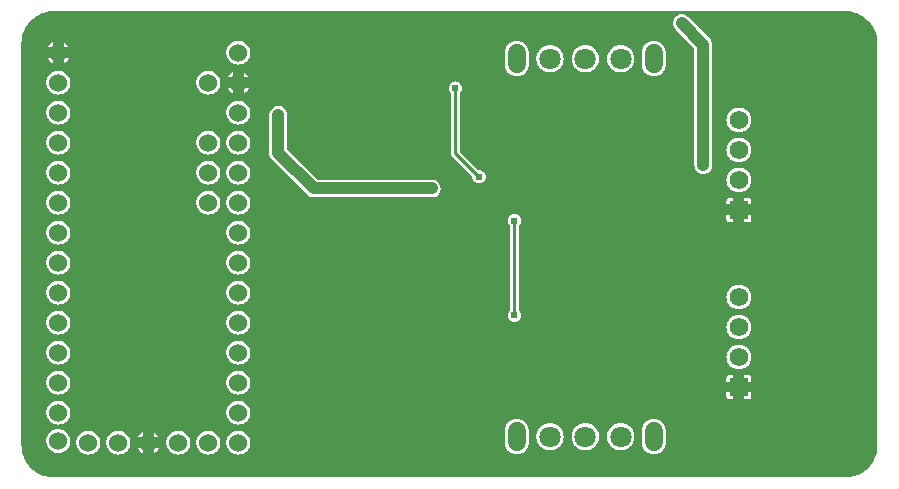
<source format=gbl>
G04 Layer: BottomLayer*
G04 EasyEDA v6.4.25, 2022-02-01T03:32:05+11:00*
G04 a67cddfb3fce44daa9051d46cbbcc19f,10*
G04 Gerber Generator version 0.2*
G04 Scale: 100 percent, Rotated: No, Reflected: No *
G04 Dimensions in millimeters *
G04 leading zeros omitted , absolute positions ,4 integer and 5 decimal *
%FSLAX45Y45*%
%MOMM*%

%ADD10C,0.2540*%
%ADD11C,1.0000*%
%ADD13C,0.6096*%
%ADD20R,1.5748X1.5748*%
%ADD21C,1.5748*%
%ADD22C,1.8000*%
%ADD23C,1.5240*%
%ADD24C,1.5000*%

%LPD*%
G36*
X300278Y25908D02*
G01*
X278079Y26822D01*
X256743Y29362D01*
X235610Y33629D01*
X214934Y39471D01*
X194767Y46939D01*
X175209Y55981D01*
X156464Y66548D01*
X138582Y78536D01*
X121716Y91846D01*
X105918Y106476D01*
X91338Y122326D01*
X78028Y139242D01*
X66141Y157124D01*
X55626Y175920D01*
X46634Y195478D01*
X39217Y215696D01*
X33426Y236423D01*
X29260Y257505D01*
X26771Y278892D01*
X25908Y300685D01*
X25908Y3699306D01*
X26822Y3721912D01*
X29362Y3743248D01*
X33629Y3764381D01*
X39471Y3785057D01*
X46939Y3805224D01*
X55981Y3824782D01*
X66548Y3843528D01*
X78536Y3861409D01*
X91846Y3878275D01*
X106476Y3894074D01*
X122326Y3908653D01*
X139242Y3921963D01*
X157124Y3933901D01*
X175920Y3944365D01*
X195478Y3953357D01*
X215696Y3960774D01*
X236423Y3966565D01*
X257505Y3970731D01*
X278892Y3973220D01*
X300685Y3974084D01*
X6999325Y3974084D01*
X7021880Y3973169D01*
X7043267Y3970629D01*
X7064349Y3966413D01*
X7085075Y3960520D01*
X7105243Y3953052D01*
X7124750Y3944010D01*
X7143546Y3933444D01*
X7161428Y3921506D01*
X7178294Y3908145D01*
X7194092Y3893515D01*
X7208672Y3877665D01*
X7221931Y3860749D01*
X7233869Y3842867D01*
X7244384Y3824071D01*
X7253325Y3804513D01*
X7260793Y3784295D01*
X7266584Y3763568D01*
X7270750Y3742486D01*
X7273239Y3721100D01*
X7274102Y3699306D01*
X7274102Y300685D01*
X7273188Y278079D01*
X7270597Y256743D01*
X7266381Y235610D01*
X7260539Y214934D01*
X7253020Y194767D01*
X7244029Y175209D01*
X7233462Y156464D01*
X7221474Y138582D01*
X7208113Y121716D01*
X7193483Y105918D01*
X7177684Y91338D01*
X7160768Y78028D01*
X7142835Y66141D01*
X7124090Y55626D01*
X7104532Y46634D01*
X7084314Y39217D01*
X7063587Y33426D01*
X7042454Y29260D01*
X7021118Y26771D01*
X6999325Y25908D01*
G37*

%LPC*%
G36*
X382473Y3666896D02*
G01*
X429768Y3666896D01*
X424027Y3677361D01*
X415950Y3688334D01*
X406501Y3698138D01*
X395782Y3706571D01*
X384048Y3713530D01*
X382473Y3714191D01*
G37*
G36*
X1608023Y218338D02*
G01*
X1621586Y219252D01*
X1634947Y221945D01*
X1647850Y226466D01*
X1660042Y232613D01*
X1671269Y240334D01*
X1681378Y249478D01*
X1690166Y259892D01*
X1697532Y271373D01*
X1703273Y283718D01*
X1707286Y296773D01*
X1709572Y310184D01*
X1710029Y323850D01*
X1708657Y337413D01*
X1705508Y350672D01*
X1700580Y363423D01*
X1694027Y375361D01*
X1685950Y386334D01*
X1676501Y396138D01*
X1665782Y404571D01*
X1654048Y411530D01*
X1641500Y416864D01*
X1628343Y420471D01*
X1614830Y422300D01*
X1601165Y422300D01*
X1587652Y420471D01*
X1574495Y416864D01*
X1561947Y411530D01*
X1550212Y404571D01*
X1539544Y396138D01*
X1530045Y386334D01*
X1521968Y375361D01*
X1515414Y363423D01*
X1510487Y350672D01*
X1507337Y337413D01*
X1505966Y323850D01*
X1506423Y310184D01*
X1508709Y296773D01*
X1512722Y283718D01*
X1518462Y271373D01*
X1525828Y259892D01*
X1534617Y249478D01*
X1544726Y240334D01*
X1555953Y232613D01*
X1568145Y226466D01*
X1581048Y221945D01*
X1594408Y219252D01*
G37*
G36*
X592023Y218338D02*
G01*
X605586Y219252D01*
X618947Y221945D01*
X631850Y226466D01*
X644042Y232613D01*
X655269Y240334D01*
X665378Y249478D01*
X674166Y259892D01*
X681532Y271373D01*
X687273Y283718D01*
X691286Y296773D01*
X693572Y310184D01*
X694029Y323850D01*
X692658Y337413D01*
X689508Y350672D01*
X684580Y363423D01*
X678027Y375361D01*
X669950Y386334D01*
X660501Y396138D01*
X649782Y404571D01*
X638048Y411530D01*
X625500Y416864D01*
X612343Y420471D01*
X598830Y422300D01*
X585165Y422300D01*
X571652Y420471D01*
X558495Y416864D01*
X545947Y411530D01*
X534212Y404571D01*
X523544Y396138D01*
X514045Y386334D01*
X505968Y375361D01*
X499414Y363423D01*
X494487Y350672D01*
X491337Y337413D01*
X489966Y323850D01*
X490423Y310184D01*
X492709Y296773D01*
X496722Y283718D01*
X502462Y271373D01*
X509828Y259892D01*
X518617Y249478D01*
X528726Y240334D01*
X539953Y232613D01*
X552145Y226466D01*
X565048Y221945D01*
X578408Y219252D01*
G37*
G36*
X846023Y218338D02*
G01*
X859586Y219252D01*
X872947Y221945D01*
X885850Y226466D01*
X898042Y232613D01*
X909269Y240334D01*
X919378Y249478D01*
X928166Y259892D01*
X935532Y271373D01*
X941273Y283718D01*
X945286Y296773D01*
X947572Y310184D01*
X948029Y323850D01*
X946658Y337413D01*
X943508Y350672D01*
X938580Y363423D01*
X932027Y375361D01*
X923950Y386334D01*
X914501Y396138D01*
X903782Y404571D01*
X892048Y411530D01*
X879500Y416864D01*
X866343Y420471D01*
X852830Y422300D01*
X839165Y422300D01*
X825652Y420471D01*
X812495Y416864D01*
X799947Y411530D01*
X788212Y404571D01*
X777544Y396138D01*
X768045Y386334D01*
X759968Y375361D01*
X753414Y363423D01*
X748487Y350672D01*
X745337Y337413D01*
X743966Y323850D01*
X744423Y310184D01*
X746709Y296773D01*
X750722Y283718D01*
X756462Y271373D01*
X763828Y259892D01*
X772617Y249478D01*
X782726Y240334D01*
X793953Y232613D01*
X806145Y226466D01*
X819048Y221945D01*
X832408Y219252D01*
G37*
G36*
X1354023Y218338D02*
G01*
X1367586Y219252D01*
X1380947Y221945D01*
X1393850Y226466D01*
X1406042Y232613D01*
X1417269Y240334D01*
X1427378Y249478D01*
X1436166Y259892D01*
X1443532Y271373D01*
X1449273Y283718D01*
X1453286Y296773D01*
X1455572Y310184D01*
X1456029Y323850D01*
X1454658Y337413D01*
X1451508Y350672D01*
X1446580Y363423D01*
X1440027Y375361D01*
X1431950Y386334D01*
X1422501Y396138D01*
X1411782Y404571D01*
X1400048Y411530D01*
X1387500Y416864D01*
X1374343Y420471D01*
X1360830Y422300D01*
X1347165Y422300D01*
X1333652Y420471D01*
X1320495Y416864D01*
X1307947Y411530D01*
X1296212Y404571D01*
X1285544Y396138D01*
X1276045Y386334D01*
X1267968Y375361D01*
X1261414Y363423D01*
X1256487Y350672D01*
X1253337Y337413D01*
X1251966Y323850D01*
X1252423Y310184D01*
X1254709Y296773D01*
X1258722Y283718D01*
X1264462Y271373D01*
X1271828Y259892D01*
X1280617Y249478D01*
X1290726Y240334D01*
X1301953Y232613D01*
X1314145Y226466D01*
X1327048Y221945D01*
X1340408Y219252D01*
G37*
G36*
X5380024Y220522D02*
G01*
X5393182Y221386D01*
X5406136Y223977D01*
X5418582Y228244D01*
X5430418Y234035D01*
X5441391Y241401D01*
X5451348Y250088D01*
X5460034Y259994D01*
X5467350Y270967D01*
X5473192Y282803D01*
X5477459Y295300D01*
X5479999Y308254D01*
X5480913Y321767D01*
X5480913Y421081D01*
X5479999Y434593D01*
X5477459Y447548D01*
X5473192Y460044D01*
X5467350Y471881D01*
X5460034Y482854D01*
X5451348Y492759D01*
X5441391Y501446D01*
X5430418Y508812D01*
X5418582Y514654D01*
X5406136Y518871D01*
X5393182Y521462D01*
X5380024Y522325D01*
X5366816Y521462D01*
X5353913Y518871D01*
X5341416Y514654D01*
X5329580Y508812D01*
X5318607Y501446D01*
X5308650Y492759D01*
X5299964Y482854D01*
X5292648Y471881D01*
X5286806Y460044D01*
X5282539Y447548D01*
X5279999Y434593D01*
X5279085Y421081D01*
X5279085Y321767D01*
X5279999Y308254D01*
X5282539Y295300D01*
X5286806Y282803D01*
X5292648Y270967D01*
X5299964Y259994D01*
X5308650Y250088D01*
X5318607Y241401D01*
X5329580Y234035D01*
X5341416Y228244D01*
X5353913Y223977D01*
X5366816Y221386D01*
G37*
G36*
X4220006Y220522D02*
G01*
X4233164Y221386D01*
X4246118Y223977D01*
X4258614Y228244D01*
X4270451Y234035D01*
X4281424Y241401D01*
X4291330Y250088D01*
X4300016Y259994D01*
X4307382Y270967D01*
X4313224Y282803D01*
X4317441Y295300D01*
X4320032Y308254D01*
X4320895Y321767D01*
X4320895Y421081D01*
X4320032Y434593D01*
X4317441Y447548D01*
X4313224Y460044D01*
X4307382Y471881D01*
X4300016Y482854D01*
X4291330Y492759D01*
X4281424Y501446D01*
X4270451Y508812D01*
X4258614Y514654D01*
X4246118Y518871D01*
X4233164Y521462D01*
X4220006Y522325D01*
X4206849Y521462D01*
X4193895Y518871D01*
X4181398Y514654D01*
X4169562Y508812D01*
X4158589Y501446D01*
X4148683Y492759D01*
X4139946Y482854D01*
X4132630Y471881D01*
X4126788Y460044D01*
X4122572Y447548D01*
X4119981Y434593D01*
X4119118Y421081D01*
X4119118Y321767D01*
X4119981Y308254D01*
X4122572Y295300D01*
X4126788Y282803D01*
X4132630Y270967D01*
X4139946Y259994D01*
X4148683Y250088D01*
X4158589Y241401D01*
X4169562Y234035D01*
X4181398Y228244D01*
X4193895Y223977D01*
X4206849Y221386D01*
G37*
G36*
X1144473Y228752D02*
G01*
X1152042Y232613D01*
X1163269Y240334D01*
X1173378Y249478D01*
X1182166Y259892D01*
X1189532Y271373D01*
X1191666Y275996D01*
X1144473Y275996D01*
G37*
G36*
X1055573Y228752D02*
G01*
X1055573Y275996D01*
X1008329Y275996D01*
X1010462Y271373D01*
X1017828Y259892D01*
X1026617Y249478D01*
X1036726Y240334D01*
X1047953Y232613D01*
G37*
G36*
X338023Y231038D02*
G01*
X351586Y231952D01*
X364947Y234645D01*
X377850Y239166D01*
X390042Y245313D01*
X401269Y253034D01*
X411378Y262178D01*
X420166Y272592D01*
X427532Y284073D01*
X433273Y296418D01*
X437286Y309473D01*
X439572Y322884D01*
X440029Y336550D01*
X438658Y350113D01*
X435508Y363372D01*
X430580Y376123D01*
X424027Y388061D01*
X415950Y399034D01*
X406501Y408838D01*
X395782Y417271D01*
X384048Y424230D01*
X371500Y429564D01*
X358343Y433171D01*
X344830Y435000D01*
X331165Y435000D01*
X317652Y433171D01*
X304495Y429564D01*
X291947Y424230D01*
X280212Y417271D01*
X269544Y408838D01*
X260045Y399034D01*
X251967Y388061D01*
X245414Y376123D01*
X240487Y363372D01*
X237337Y350113D01*
X235966Y336550D01*
X236423Y322884D01*
X238709Y309473D01*
X242722Y296418D01*
X248462Y284073D01*
X255828Y272592D01*
X264617Y262178D01*
X274726Y253034D01*
X285953Y245313D01*
X298145Y239166D01*
X311048Y234645D01*
X324408Y231952D01*
G37*
G36*
X4492701Y255778D02*
G01*
X4507280Y255778D01*
X4521708Y257606D01*
X4535830Y261213D01*
X4549343Y266547D01*
X4562094Y273558D01*
X4573879Y282143D01*
X4584496Y292100D01*
X4593742Y303326D01*
X4601565Y315620D01*
X4607763Y328777D01*
X4612233Y342595D01*
X4614976Y356920D01*
X4615891Y371449D01*
X4614976Y385927D01*
X4612233Y400253D01*
X4607763Y414070D01*
X4601565Y427278D01*
X4593742Y439521D01*
X4584496Y450748D01*
X4573879Y460705D01*
X4562094Y469290D01*
X4549343Y476300D01*
X4535830Y481634D01*
X4521708Y485241D01*
X4507280Y487070D01*
X4492701Y487070D01*
X4478274Y485241D01*
X4464202Y481634D01*
X4450638Y476300D01*
X4437888Y469290D01*
X4426153Y460705D01*
X4415536Y450748D01*
X4406239Y439521D01*
X4398467Y427278D01*
X4392269Y414070D01*
X4387748Y400253D01*
X4385005Y385927D01*
X4384090Y371449D01*
X4385005Y356920D01*
X4387748Y342595D01*
X4392269Y328777D01*
X4398467Y315620D01*
X4406239Y303326D01*
X4415536Y292100D01*
X4426153Y282143D01*
X4437888Y273558D01*
X4450638Y266547D01*
X4464202Y261213D01*
X4478274Y257606D01*
G37*
G36*
X5092700Y255778D02*
G01*
X5107279Y255778D01*
X5121706Y257606D01*
X5135829Y261213D01*
X5149342Y266547D01*
X5162092Y273558D01*
X5173878Y282143D01*
X5184495Y292100D01*
X5193741Y303326D01*
X5201564Y315620D01*
X5207762Y328777D01*
X5212232Y342595D01*
X5214975Y356920D01*
X5215890Y371449D01*
X5214975Y385927D01*
X5212232Y400253D01*
X5207762Y414070D01*
X5201564Y427278D01*
X5193741Y439521D01*
X5184495Y450748D01*
X5173878Y460705D01*
X5162092Y469290D01*
X5149342Y476300D01*
X5135829Y481634D01*
X5121706Y485241D01*
X5107279Y487070D01*
X5092700Y487070D01*
X5078272Y485241D01*
X5064201Y481634D01*
X5050637Y476300D01*
X5037886Y469290D01*
X5026152Y460705D01*
X5015534Y450748D01*
X5006238Y439521D01*
X4998466Y427278D01*
X4992268Y414070D01*
X4987747Y400253D01*
X4985004Y385927D01*
X4984089Y371449D01*
X4985004Y356920D01*
X4987747Y342595D01*
X4992268Y328777D01*
X4998466Y315620D01*
X5006238Y303326D01*
X5015534Y292100D01*
X5026152Y282143D01*
X5037886Y273558D01*
X5050637Y266547D01*
X5064201Y261213D01*
X5078272Y257606D01*
G37*
G36*
X4792726Y255778D02*
G01*
X4807254Y255778D01*
X4821732Y257606D01*
X4835804Y261213D01*
X4849368Y266547D01*
X4862118Y273558D01*
X4873853Y282143D01*
X4884470Y292100D01*
X4893767Y303326D01*
X4901539Y315620D01*
X4907737Y328777D01*
X4912258Y342595D01*
X4914950Y356920D01*
X4915865Y371449D01*
X4914950Y385927D01*
X4912258Y400253D01*
X4907737Y414070D01*
X4901539Y427278D01*
X4893767Y439521D01*
X4884470Y450748D01*
X4873853Y460705D01*
X4862118Y469290D01*
X4849368Y476300D01*
X4835804Y481634D01*
X4821732Y485241D01*
X4807254Y487070D01*
X4792726Y487070D01*
X4778298Y485241D01*
X4764176Y481634D01*
X4750663Y476300D01*
X4737912Y469290D01*
X4726127Y460705D01*
X4715510Y450748D01*
X4706264Y439521D01*
X4698441Y427278D01*
X4692243Y414070D01*
X4687773Y400253D01*
X4685030Y385927D01*
X4684115Y371449D01*
X4685030Y356920D01*
X4687773Y342595D01*
X4692243Y328777D01*
X4698441Y315620D01*
X4706264Y303326D01*
X4715510Y292100D01*
X4726127Y282143D01*
X4737912Y273558D01*
X4750663Y266547D01*
X4764176Y261213D01*
X4778298Y257606D01*
G37*
G36*
X1008227Y364896D02*
G01*
X1055573Y364896D01*
X1055573Y412191D01*
X1053947Y411530D01*
X1042212Y404571D01*
X1031544Y396138D01*
X1022045Y386334D01*
X1013968Y375361D01*
G37*
G36*
X1144473Y364896D02*
G01*
X1191768Y364896D01*
X1186027Y375361D01*
X1177950Y386334D01*
X1168501Y396138D01*
X1157782Y404571D01*
X1146048Y411530D01*
X1144473Y412191D01*
G37*
G36*
X1862023Y472338D02*
G01*
X1875586Y473252D01*
X1888947Y475945D01*
X1901850Y480466D01*
X1914042Y486613D01*
X1925269Y494334D01*
X1935378Y503478D01*
X1944166Y513892D01*
X1951532Y525373D01*
X1957273Y537718D01*
X1961286Y550773D01*
X1963572Y564184D01*
X1964029Y577850D01*
X1962657Y591413D01*
X1959508Y604672D01*
X1954580Y617423D01*
X1948027Y629361D01*
X1939950Y640334D01*
X1930501Y650138D01*
X1919782Y658571D01*
X1908048Y665530D01*
X1895500Y670864D01*
X1882343Y674471D01*
X1868830Y676300D01*
X1855165Y676300D01*
X1841652Y674471D01*
X1828495Y670864D01*
X1815947Y665530D01*
X1804212Y658571D01*
X1793544Y650138D01*
X1784045Y640334D01*
X1775968Y629361D01*
X1769414Y617423D01*
X1764487Y604672D01*
X1761337Y591413D01*
X1759966Y577850D01*
X1760423Y564184D01*
X1762709Y550773D01*
X1766722Y537718D01*
X1772462Y525373D01*
X1779828Y513892D01*
X1788617Y503478D01*
X1798726Y494334D01*
X1809953Y486613D01*
X1822145Y480466D01*
X1835048Y475945D01*
X1848408Y473252D01*
G37*
G36*
X338023Y472338D02*
G01*
X351586Y473252D01*
X364947Y475945D01*
X377850Y480466D01*
X390042Y486613D01*
X401269Y494334D01*
X411378Y503478D01*
X420166Y513892D01*
X427532Y525373D01*
X433273Y537718D01*
X437286Y550773D01*
X439572Y564184D01*
X440029Y577850D01*
X438658Y591413D01*
X435508Y604672D01*
X430580Y617423D01*
X424027Y629361D01*
X415950Y640334D01*
X406501Y650138D01*
X395782Y658571D01*
X384048Y665530D01*
X371500Y670864D01*
X358343Y674471D01*
X344830Y676300D01*
X331165Y676300D01*
X317652Y674471D01*
X304495Y670864D01*
X291947Y665530D01*
X280212Y658571D01*
X269544Y650138D01*
X260045Y640334D01*
X251967Y629361D01*
X245414Y617423D01*
X240487Y604672D01*
X237337Y591413D01*
X235966Y577850D01*
X236423Y564184D01*
X238709Y550773D01*
X242722Y537718D01*
X248462Y525373D01*
X255828Y513892D01*
X264617Y503478D01*
X274726Y494334D01*
X285953Y486613D01*
X298145Y480466D01*
X311048Y475945D01*
X324408Y473252D01*
G37*
G36*
X6145733Y685800D02*
G01*
X6178194Y685800D01*
X6184493Y686511D01*
X6189929Y688390D01*
X6194856Y691489D01*
X6198920Y695553D01*
X6202019Y700481D01*
X6203950Y705916D01*
X6204661Y712266D01*
X6204661Y744728D01*
X6145733Y744728D01*
G37*
G36*
X6021832Y685800D02*
G01*
X6054293Y685800D01*
X6054293Y744728D01*
X5995365Y744728D01*
X5995365Y712266D01*
X5996076Y705916D01*
X5997956Y700481D01*
X6001054Y695553D01*
X6005169Y691489D01*
X6010046Y688390D01*
X6015532Y686511D01*
G37*
G36*
X1862023Y726338D02*
G01*
X1875586Y727252D01*
X1888947Y729945D01*
X1901850Y734466D01*
X1914042Y740613D01*
X1925269Y748334D01*
X1935378Y757478D01*
X1944166Y767892D01*
X1951532Y779373D01*
X1957273Y791718D01*
X1961286Y804773D01*
X1963572Y818184D01*
X1964029Y831850D01*
X1962657Y845413D01*
X1959508Y858672D01*
X1954580Y871423D01*
X1948027Y883361D01*
X1939950Y894334D01*
X1930501Y904138D01*
X1919782Y912571D01*
X1908048Y919530D01*
X1895500Y924864D01*
X1882343Y928471D01*
X1868830Y930300D01*
X1855165Y930300D01*
X1841652Y928471D01*
X1828495Y924864D01*
X1815947Y919530D01*
X1804212Y912571D01*
X1793544Y904138D01*
X1784045Y894334D01*
X1775968Y883361D01*
X1769414Y871423D01*
X1764487Y858672D01*
X1761337Y845413D01*
X1759966Y831850D01*
X1760423Y818184D01*
X1762709Y804773D01*
X1766722Y791718D01*
X1772462Y779373D01*
X1779828Y767892D01*
X1788617Y757478D01*
X1798726Y748334D01*
X1809953Y740613D01*
X1822145Y734466D01*
X1835048Y729945D01*
X1848408Y727252D01*
G37*
G36*
X338023Y726338D02*
G01*
X351586Y727252D01*
X364947Y729945D01*
X377850Y734466D01*
X390042Y740613D01*
X401269Y748334D01*
X411378Y757478D01*
X420166Y767892D01*
X427532Y779373D01*
X433273Y791718D01*
X437286Y804773D01*
X439572Y818184D01*
X440029Y831850D01*
X438658Y845413D01*
X435508Y858672D01*
X430580Y871423D01*
X424027Y883361D01*
X415950Y894334D01*
X406501Y904138D01*
X395782Y912571D01*
X384048Y919530D01*
X371500Y924864D01*
X358343Y928471D01*
X344830Y930300D01*
X331165Y930300D01*
X317652Y928471D01*
X304495Y924864D01*
X291947Y919530D01*
X280212Y912571D01*
X269544Y904138D01*
X260045Y894334D01*
X251967Y883361D01*
X245414Y871423D01*
X240487Y858672D01*
X237337Y845413D01*
X235966Y831850D01*
X236423Y818184D01*
X238709Y804773D01*
X242722Y791718D01*
X248462Y779373D01*
X255828Y767892D01*
X264617Y757478D01*
X274726Y748334D01*
X285953Y740613D01*
X298145Y734466D01*
X311048Y729945D01*
X324408Y727252D01*
G37*
G36*
X6145733Y836168D02*
G01*
X6204661Y836168D01*
X6204661Y868578D01*
X6203950Y874928D01*
X6202019Y880364D01*
X6198920Y885291D01*
X6194856Y889355D01*
X6189929Y892454D01*
X6184493Y894384D01*
X6178194Y895096D01*
X6145733Y895096D01*
G37*
G36*
X5995365Y836168D02*
G01*
X6054293Y836168D01*
X6054293Y895096D01*
X6021832Y895096D01*
X6015532Y894384D01*
X6010046Y892454D01*
X6005169Y889355D01*
X6001054Y885291D01*
X5997956Y880364D01*
X5996076Y874928D01*
X5995365Y868578D01*
G37*
G36*
X6100013Y939800D02*
G01*
X6113678Y940714D01*
X6127089Y943356D01*
X6140043Y947775D01*
X6152337Y953820D01*
X6163716Y961440D01*
X6173978Y970432D01*
X6183020Y980744D01*
X6190589Y992124D01*
X6196685Y1004366D01*
X6201054Y1017371D01*
X6203746Y1030782D01*
X6204610Y1044448D01*
X6203746Y1058062D01*
X6201054Y1071524D01*
X6196685Y1084478D01*
X6190589Y1096721D01*
X6183020Y1108100D01*
X6173978Y1118412D01*
X6163716Y1127455D01*
X6152337Y1135024D01*
X6140043Y1141069D01*
X6127089Y1145489D01*
X6113678Y1148181D01*
X6100013Y1149045D01*
X6086348Y1148181D01*
X6072936Y1145489D01*
X6059982Y1141069D01*
X6047689Y1135024D01*
X6036310Y1127455D01*
X6025997Y1118412D01*
X6017006Y1108100D01*
X6009386Y1096721D01*
X6003340Y1084478D01*
X5998921Y1071524D01*
X5996279Y1058062D01*
X5995365Y1044448D01*
X5996279Y1030782D01*
X5998921Y1017371D01*
X6003340Y1004366D01*
X6009386Y992124D01*
X6017006Y980744D01*
X6025997Y970432D01*
X6036310Y961440D01*
X6047689Y953820D01*
X6059982Y947775D01*
X6072936Y943356D01*
X6086348Y940714D01*
G37*
G36*
X1862023Y980338D02*
G01*
X1875586Y981252D01*
X1888947Y983945D01*
X1901850Y988466D01*
X1914042Y994613D01*
X1925269Y1002334D01*
X1935378Y1011478D01*
X1944166Y1021892D01*
X1951532Y1033373D01*
X1957273Y1045718D01*
X1961286Y1058773D01*
X1963572Y1072184D01*
X1964029Y1085850D01*
X1962657Y1099413D01*
X1959508Y1112672D01*
X1954580Y1125423D01*
X1948027Y1137361D01*
X1939950Y1148334D01*
X1930501Y1158138D01*
X1919782Y1166571D01*
X1908048Y1173530D01*
X1895500Y1178864D01*
X1882343Y1182471D01*
X1868830Y1184300D01*
X1855165Y1184300D01*
X1841652Y1182471D01*
X1828495Y1178864D01*
X1815947Y1173530D01*
X1804212Y1166571D01*
X1793544Y1158138D01*
X1784045Y1148334D01*
X1775968Y1137361D01*
X1769414Y1125423D01*
X1764487Y1112672D01*
X1761337Y1099413D01*
X1759966Y1085850D01*
X1760423Y1072184D01*
X1762709Y1058773D01*
X1766722Y1045718D01*
X1772462Y1033373D01*
X1779828Y1021892D01*
X1788617Y1011478D01*
X1798726Y1002334D01*
X1809953Y994613D01*
X1822145Y988466D01*
X1835048Y983945D01*
X1848408Y981252D01*
G37*
G36*
X338023Y980338D02*
G01*
X351586Y981252D01*
X364947Y983945D01*
X377850Y988466D01*
X390042Y994613D01*
X401269Y1002334D01*
X411378Y1011478D01*
X420166Y1021892D01*
X427532Y1033373D01*
X433273Y1045718D01*
X437286Y1058773D01*
X439572Y1072184D01*
X440029Y1085850D01*
X438658Y1099413D01*
X435508Y1112672D01*
X430580Y1125423D01*
X424027Y1137361D01*
X415950Y1148334D01*
X406501Y1158138D01*
X395782Y1166571D01*
X384048Y1173530D01*
X371500Y1178864D01*
X358343Y1182471D01*
X344830Y1184300D01*
X331165Y1184300D01*
X317652Y1182471D01*
X304495Y1178864D01*
X291947Y1173530D01*
X280212Y1166571D01*
X269544Y1158138D01*
X260045Y1148334D01*
X251967Y1137361D01*
X245414Y1125423D01*
X240487Y1112672D01*
X237337Y1099413D01*
X235966Y1085850D01*
X236423Y1072184D01*
X238709Y1058773D01*
X242722Y1045718D01*
X248462Y1033373D01*
X255828Y1021892D01*
X264617Y1011478D01*
X274726Y1002334D01*
X285953Y994613D01*
X298145Y988466D01*
X311048Y983945D01*
X324408Y981252D01*
G37*
G36*
X6100013Y1193800D02*
G01*
X6113678Y1194714D01*
X6127089Y1197356D01*
X6140043Y1201775D01*
X6152337Y1207820D01*
X6163716Y1215440D01*
X6173978Y1224432D01*
X6183020Y1234744D01*
X6190589Y1246124D01*
X6196685Y1258366D01*
X6201054Y1271371D01*
X6203746Y1284782D01*
X6204610Y1298448D01*
X6203746Y1312062D01*
X6201054Y1325524D01*
X6196685Y1338478D01*
X6190589Y1350721D01*
X6183020Y1362100D01*
X6173978Y1372412D01*
X6163716Y1381455D01*
X6152337Y1389024D01*
X6140043Y1395069D01*
X6127089Y1399489D01*
X6113678Y1402181D01*
X6100013Y1403045D01*
X6086348Y1402181D01*
X6072936Y1399489D01*
X6059982Y1395069D01*
X6047689Y1389024D01*
X6036310Y1381455D01*
X6025997Y1372412D01*
X6017006Y1362100D01*
X6009386Y1350721D01*
X6003340Y1338478D01*
X5998921Y1325524D01*
X5996279Y1312062D01*
X5995365Y1298448D01*
X5996279Y1284782D01*
X5998921Y1271371D01*
X6003340Y1258366D01*
X6009386Y1246124D01*
X6017006Y1234744D01*
X6025997Y1224432D01*
X6036310Y1215440D01*
X6047689Y1207820D01*
X6059982Y1201775D01*
X6072936Y1197356D01*
X6086348Y1194714D01*
G37*
G36*
X1862023Y1234338D02*
G01*
X1875586Y1235252D01*
X1888947Y1237945D01*
X1901850Y1242466D01*
X1914042Y1248613D01*
X1925269Y1256334D01*
X1935378Y1265478D01*
X1944166Y1275892D01*
X1951532Y1287373D01*
X1957273Y1299718D01*
X1961286Y1312773D01*
X1963572Y1326184D01*
X1964029Y1339850D01*
X1962657Y1353413D01*
X1959508Y1366672D01*
X1954580Y1379423D01*
X1948027Y1391361D01*
X1939950Y1402334D01*
X1930501Y1412138D01*
X1919782Y1420571D01*
X1908048Y1427530D01*
X1895500Y1432864D01*
X1882343Y1436471D01*
X1868830Y1438300D01*
X1855165Y1438300D01*
X1841652Y1436471D01*
X1828495Y1432864D01*
X1815947Y1427530D01*
X1804212Y1420571D01*
X1793544Y1412138D01*
X1784045Y1402334D01*
X1775968Y1391361D01*
X1769414Y1379423D01*
X1764487Y1366672D01*
X1761337Y1353413D01*
X1759966Y1339850D01*
X1760423Y1326184D01*
X1762709Y1312773D01*
X1766722Y1299718D01*
X1772462Y1287373D01*
X1779828Y1275892D01*
X1788617Y1265478D01*
X1798726Y1256334D01*
X1809953Y1248613D01*
X1822145Y1242466D01*
X1835048Y1237945D01*
X1848408Y1235252D01*
G37*
G36*
X338023Y1234338D02*
G01*
X351586Y1235252D01*
X364947Y1237945D01*
X377850Y1242466D01*
X390042Y1248613D01*
X401269Y1256334D01*
X411378Y1265478D01*
X420166Y1275892D01*
X427532Y1287373D01*
X433273Y1299718D01*
X437286Y1312773D01*
X439572Y1326184D01*
X440029Y1339850D01*
X438658Y1353413D01*
X435508Y1366672D01*
X430580Y1379423D01*
X424027Y1391361D01*
X415950Y1402334D01*
X406501Y1412138D01*
X395782Y1420571D01*
X384048Y1427530D01*
X371500Y1432864D01*
X358343Y1436471D01*
X344830Y1438300D01*
X331165Y1438300D01*
X317652Y1436471D01*
X304495Y1432864D01*
X291947Y1427530D01*
X280212Y1420571D01*
X269544Y1412138D01*
X260045Y1402334D01*
X251967Y1391361D01*
X245414Y1379423D01*
X240487Y1366672D01*
X237337Y1353413D01*
X235966Y1339850D01*
X236423Y1326184D01*
X238709Y1312773D01*
X242722Y1299718D01*
X248462Y1287373D01*
X255828Y1275892D01*
X264617Y1265478D01*
X274726Y1256334D01*
X285953Y1248613D01*
X298145Y1242466D01*
X311048Y1237945D01*
X324408Y1235252D01*
G37*
G36*
X4199991Y1343660D02*
G01*
X4209796Y1344523D01*
X4219295Y1347063D01*
X4228185Y1351178D01*
X4236212Y1356817D01*
X4243171Y1363776D01*
X4248810Y1371803D01*
X4252925Y1380744D01*
X4255516Y1390192D01*
X4256328Y1399997D01*
X4255516Y1409801D01*
X4252925Y1419250D01*
X4248810Y1428191D01*
X4243171Y1436217D01*
X4241596Y1437792D01*
X4239361Y1441094D01*
X4238599Y1445006D01*
X4238599Y2154986D01*
X4239361Y2158898D01*
X4241596Y2162200D01*
X4243171Y2163775D01*
X4248810Y2171801D01*
X4252925Y2180742D01*
X4255516Y2190191D01*
X4256328Y2199995D01*
X4255516Y2209800D01*
X4252925Y2219248D01*
X4248810Y2228189D01*
X4243171Y2236216D01*
X4236212Y2243175D01*
X4228185Y2248814D01*
X4219295Y2252929D01*
X4209796Y2255469D01*
X4199991Y2256332D01*
X4190237Y2255469D01*
X4180738Y2252929D01*
X4171848Y2248814D01*
X4163771Y2243175D01*
X4156811Y2236216D01*
X4151223Y2228189D01*
X4147058Y2219248D01*
X4144518Y2209800D01*
X4143654Y2199995D01*
X4144518Y2190191D01*
X4147058Y2180742D01*
X4151223Y2171801D01*
X4156811Y2163775D01*
X4158386Y2162200D01*
X4160621Y2158898D01*
X4161383Y2155037D01*
X4161383Y1444955D01*
X4160621Y1441094D01*
X4158386Y1437792D01*
X4156811Y1436217D01*
X4151223Y1428191D01*
X4147058Y1419250D01*
X4144518Y1409801D01*
X4143654Y1399997D01*
X4144518Y1390192D01*
X4147058Y1380744D01*
X4151223Y1371803D01*
X4156811Y1363776D01*
X4163771Y1356817D01*
X4171848Y1351178D01*
X4180738Y1347063D01*
X4190237Y1344523D01*
G37*
G36*
X6100013Y1447800D02*
G01*
X6113678Y1448714D01*
X6127089Y1451356D01*
X6140043Y1455775D01*
X6152337Y1461820D01*
X6163716Y1469440D01*
X6173978Y1478432D01*
X6183020Y1488744D01*
X6190589Y1500124D01*
X6196685Y1512366D01*
X6201054Y1525371D01*
X6203746Y1538782D01*
X6204610Y1552448D01*
X6203746Y1566062D01*
X6201054Y1579524D01*
X6196685Y1592478D01*
X6190589Y1604721D01*
X6183020Y1616100D01*
X6173978Y1626412D01*
X6163716Y1635455D01*
X6152337Y1643024D01*
X6140043Y1649069D01*
X6127089Y1653489D01*
X6113678Y1656181D01*
X6100013Y1657045D01*
X6086348Y1656181D01*
X6072936Y1653489D01*
X6059982Y1649069D01*
X6047689Y1643024D01*
X6036310Y1635455D01*
X6025997Y1626412D01*
X6017006Y1616100D01*
X6009386Y1604721D01*
X6003340Y1592478D01*
X5998921Y1579524D01*
X5996279Y1566062D01*
X5995365Y1552448D01*
X5996279Y1538782D01*
X5998921Y1525371D01*
X6003340Y1512366D01*
X6009386Y1500124D01*
X6017006Y1488744D01*
X6025997Y1478432D01*
X6036310Y1469440D01*
X6047689Y1461820D01*
X6059982Y1455775D01*
X6072936Y1451356D01*
X6086348Y1448714D01*
G37*
G36*
X1862023Y1488338D02*
G01*
X1875586Y1489252D01*
X1888947Y1491945D01*
X1901850Y1496466D01*
X1914042Y1502613D01*
X1925269Y1510334D01*
X1935378Y1519478D01*
X1944166Y1529892D01*
X1951532Y1541373D01*
X1957273Y1553718D01*
X1961286Y1566773D01*
X1963572Y1580184D01*
X1964029Y1593850D01*
X1962657Y1607413D01*
X1959508Y1620672D01*
X1954580Y1633423D01*
X1948027Y1645361D01*
X1939950Y1656334D01*
X1930501Y1666138D01*
X1919782Y1674571D01*
X1908048Y1681530D01*
X1895500Y1686864D01*
X1882343Y1690471D01*
X1868830Y1692300D01*
X1855165Y1692300D01*
X1841652Y1690471D01*
X1828495Y1686864D01*
X1815947Y1681530D01*
X1804212Y1674571D01*
X1793544Y1666138D01*
X1784045Y1656334D01*
X1775968Y1645361D01*
X1769414Y1633423D01*
X1764487Y1620672D01*
X1761337Y1607413D01*
X1759966Y1593850D01*
X1760423Y1580184D01*
X1762709Y1566773D01*
X1766722Y1553718D01*
X1772462Y1541373D01*
X1779828Y1529892D01*
X1788617Y1519478D01*
X1798726Y1510334D01*
X1809953Y1502613D01*
X1822145Y1496466D01*
X1835048Y1491945D01*
X1848408Y1489252D01*
G37*
G36*
X338023Y1488338D02*
G01*
X351586Y1489252D01*
X364947Y1491945D01*
X377850Y1496466D01*
X390042Y1502613D01*
X401269Y1510334D01*
X411378Y1519478D01*
X420166Y1529892D01*
X427532Y1541373D01*
X433273Y1553718D01*
X437286Y1566773D01*
X439572Y1580184D01*
X440029Y1593850D01*
X438658Y1607413D01*
X435508Y1620672D01*
X430580Y1633423D01*
X424027Y1645361D01*
X415950Y1656334D01*
X406501Y1666138D01*
X395782Y1674571D01*
X384048Y1681530D01*
X371500Y1686864D01*
X358343Y1690471D01*
X344830Y1692300D01*
X331165Y1692300D01*
X317652Y1690471D01*
X304495Y1686864D01*
X291947Y1681530D01*
X280212Y1674571D01*
X269544Y1666138D01*
X260045Y1656334D01*
X251967Y1645361D01*
X245414Y1633423D01*
X240487Y1620672D01*
X237337Y1607413D01*
X235966Y1593850D01*
X236423Y1580184D01*
X238709Y1566773D01*
X242722Y1553718D01*
X248462Y1541373D01*
X255828Y1529892D01*
X264617Y1519478D01*
X274726Y1510334D01*
X285953Y1502613D01*
X298145Y1496466D01*
X311048Y1491945D01*
X324408Y1489252D01*
G37*
G36*
X1862023Y1742338D02*
G01*
X1875586Y1743252D01*
X1888947Y1745945D01*
X1901850Y1750466D01*
X1914042Y1756613D01*
X1925269Y1764334D01*
X1935378Y1773478D01*
X1944166Y1783892D01*
X1951532Y1795373D01*
X1957273Y1807718D01*
X1961286Y1820773D01*
X1963572Y1834184D01*
X1964029Y1847850D01*
X1962657Y1861413D01*
X1959508Y1874672D01*
X1954580Y1887423D01*
X1948027Y1899361D01*
X1939950Y1910334D01*
X1930501Y1920138D01*
X1919782Y1928571D01*
X1908048Y1935530D01*
X1895500Y1940864D01*
X1882343Y1944471D01*
X1868830Y1946300D01*
X1855165Y1946300D01*
X1841652Y1944471D01*
X1828495Y1940864D01*
X1815947Y1935530D01*
X1804212Y1928571D01*
X1793544Y1920138D01*
X1784045Y1910334D01*
X1775968Y1899361D01*
X1769414Y1887423D01*
X1764487Y1874672D01*
X1761337Y1861413D01*
X1759966Y1847850D01*
X1760423Y1834184D01*
X1762709Y1820773D01*
X1766722Y1807718D01*
X1772462Y1795373D01*
X1779828Y1783892D01*
X1788617Y1773478D01*
X1798726Y1764334D01*
X1809953Y1756613D01*
X1822145Y1750466D01*
X1835048Y1745945D01*
X1848408Y1743252D01*
G37*
G36*
X338023Y1742338D02*
G01*
X351586Y1743252D01*
X364947Y1745945D01*
X377850Y1750466D01*
X390042Y1756613D01*
X401269Y1764334D01*
X411378Y1773478D01*
X420166Y1783892D01*
X427532Y1795373D01*
X433273Y1807718D01*
X437286Y1820773D01*
X439572Y1834184D01*
X440029Y1847850D01*
X438658Y1861413D01*
X435508Y1874672D01*
X430580Y1887423D01*
X424027Y1899361D01*
X415950Y1910334D01*
X406501Y1920138D01*
X395782Y1928571D01*
X384048Y1935530D01*
X371500Y1940864D01*
X358343Y1944471D01*
X344830Y1946300D01*
X331165Y1946300D01*
X317652Y1944471D01*
X304495Y1940864D01*
X291947Y1935530D01*
X280212Y1928571D01*
X269544Y1920138D01*
X260045Y1910334D01*
X251967Y1899361D01*
X245414Y1887423D01*
X240487Y1874672D01*
X237337Y1861413D01*
X235966Y1847850D01*
X236423Y1834184D01*
X238709Y1820773D01*
X242722Y1807718D01*
X248462Y1795373D01*
X255828Y1783892D01*
X264617Y1773478D01*
X274726Y1764334D01*
X285953Y1756613D01*
X298145Y1750466D01*
X311048Y1745945D01*
X324408Y1743252D01*
G37*
G36*
X1862023Y1996338D02*
G01*
X1875586Y1997252D01*
X1888947Y1999945D01*
X1901850Y2004466D01*
X1914042Y2010613D01*
X1925269Y2018334D01*
X1935378Y2027478D01*
X1944166Y2037892D01*
X1951532Y2049373D01*
X1957273Y2061718D01*
X1961286Y2074773D01*
X1963572Y2088184D01*
X1964029Y2101850D01*
X1962657Y2115413D01*
X1959508Y2128672D01*
X1954580Y2141423D01*
X1948027Y2153361D01*
X1939950Y2164334D01*
X1930501Y2174138D01*
X1919782Y2182571D01*
X1908048Y2189530D01*
X1895500Y2194864D01*
X1882343Y2198471D01*
X1868830Y2200300D01*
X1855165Y2200300D01*
X1841652Y2198471D01*
X1828495Y2194864D01*
X1815947Y2189530D01*
X1804212Y2182571D01*
X1793544Y2174138D01*
X1784045Y2164334D01*
X1775968Y2153361D01*
X1769414Y2141423D01*
X1764487Y2128672D01*
X1761337Y2115413D01*
X1759966Y2101850D01*
X1760423Y2088184D01*
X1762709Y2074773D01*
X1766722Y2061718D01*
X1772462Y2049373D01*
X1779828Y2037892D01*
X1788617Y2027478D01*
X1798726Y2018334D01*
X1809953Y2010613D01*
X1822145Y2004466D01*
X1835048Y1999945D01*
X1848408Y1997252D01*
G37*
G36*
X1862023Y218338D02*
G01*
X1875586Y219252D01*
X1888947Y221945D01*
X1901850Y226466D01*
X1914042Y232613D01*
X1925269Y240334D01*
X1935378Y249478D01*
X1944166Y259892D01*
X1951532Y271373D01*
X1957273Y283718D01*
X1961286Y296773D01*
X1963572Y310184D01*
X1964029Y323850D01*
X1962657Y337413D01*
X1959508Y350672D01*
X1954580Y363423D01*
X1948027Y375361D01*
X1939950Y386334D01*
X1930501Y396138D01*
X1919782Y404571D01*
X1908048Y411530D01*
X1895500Y416864D01*
X1882343Y420471D01*
X1868830Y422300D01*
X1855165Y422300D01*
X1841652Y420471D01*
X1828495Y416864D01*
X1815947Y411530D01*
X1804212Y404571D01*
X1793544Y396138D01*
X1784045Y386334D01*
X1775968Y375361D01*
X1769414Y363423D01*
X1764487Y350672D01*
X1761337Y337413D01*
X1759966Y323850D01*
X1760423Y310184D01*
X1762709Y296773D01*
X1766722Y283718D01*
X1772462Y271373D01*
X1779828Y259892D01*
X1788617Y249478D01*
X1798726Y240334D01*
X1809953Y232613D01*
X1822145Y226466D01*
X1835048Y221945D01*
X1848408Y219252D01*
G37*
G36*
X6021832Y2185771D02*
G01*
X6054293Y2185771D01*
X6054293Y2244699D01*
X5995365Y2244699D01*
X5995365Y2212238D01*
X5996076Y2205939D01*
X5997956Y2200452D01*
X6001054Y2195576D01*
X6005169Y2191461D01*
X6010046Y2188413D01*
X6015532Y2186482D01*
G37*
G36*
X6145733Y2185771D02*
G01*
X6178194Y2185771D01*
X6184493Y2186482D01*
X6189929Y2188413D01*
X6194856Y2191461D01*
X6198920Y2195576D01*
X6202019Y2200452D01*
X6203950Y2205939D01*
X6204661Y2212238D01*
X6204661Y2244699D01*
X6145733Y2244699D01*
G37*
G36*
X1862023Y2250338D02*
G01*
X1875586Y2251252D01*
X1888947Y2253945D01*
X1901850Y2258466D01*
X1914042Y2264613D01*
X1925269Y2272334D01*
X1935378Y2281478D01*
X1944166Y2291892D01*
X1951532Y2303373D01*
X1957273Y2315718D01*
X1961286Y2328773D01*
X1963572Y2342184D01*
X1964029Y2355850D01*
X1962657Y2369413D01*
X1959508Y2382672D01*
X1954580Y2395423D01*
X1948027Y2407361D01*
X1939950Y2418334D01*
X1930501Y2428138D01*
X1919782Y2436571D01*
X1908048Y2443530D01*
X1895500Y2448864D01*
X1882343Y2452471D01*
X1868830Y2454300D01*
X1855165Y2454300D01*
X1841652Y2452471D01*
X1828495Y2448864D01*
X1815947Y2443530D01*
X1804212Y2436571D01*
X1793544Y2428138D01*
X1784045Y2418334D01*
X1775968Y2407361D01*
X1769414Y2395423D01*
X1764487Y2382672D01*
X1761337Y2369413D01*
X1759966Y2355850D01*
X1760423Y2342184D01*
X1762709Y2328773D01*
X1766722Y2315718D01*
X1772462Y2303373D01*
X1779828Y2291892D01*
X1788617Y2281478D01*
X1798726Y2272334D01*
X1809953Y2264613D01*
X1822145Y2258466D01*
X1835048Y2253945D01*
X1848408Y2251252D01*
G37*
G36*
X338023Y2250338D02*
G01*
X351586Y2251252D01*
X364947Y2253945D01*
X377850Y2258466D01*
X390042Y2264613D01*
X401269Y2272334D01*
X411378Y2281478D01*
X420166Y2291892D01*
X427532Y2303373D01*
X433273Y2315718D01*
X437286Y2328773D01*
X439572Y2342184D01*
X440029Y2355850D01*
X438658Y2369413D01*
X435508Y2382672D01*
X430580Y2395423D01*
X424027Y2407361D01*
X415950Y2418334D01*
X406501Y2428138D01*
X395782Y2436571D01*
X384048Y2443530D01*
X371500Y2448864D01*
X358343Y2452471D01*
X344830Y2454300D01*
X331165Y2454300D01*
X317652Y2452471D01*
X304495Y2448864D01*
X291947Y2443530D01*
X280212Y2436571D01*
X269544Y2428138D01*
X260045Y2418334D01*
X251967Y2407361D01*
X245414Y2395423D01*
X240487Y2382672D01*
X237337Y2369413D01*
X235966Y2355850D01*
X236423Y2342184D01*
X238709Y2328773D01*
X242722Y2315718D01*
X248462Y2303373D01*
X255828Y2291892D01*
X264617Y2281478D01*
X274726Y2272334D01*
X285953Y2264613D01*
X298145Y2258466D01*
X311048Y2253945D01*
X324408Y2251252D01*
G37*
G36*
X1608023Y2250338D02*
G01*
X1621586Y2251252D01*
X1634947Y2253945D01*
X1647850Y2258466D01*
X1660042Y2264613D01*
X1671269Y2272334D01*
X1681378Y2281478D01*
X1690166Y2291892D01*
X1697532Y2303373D01*
X1703273Y2315718D01*
X1707286Y2328773D01*
X1709572Y2342184D01*
X1710029Y2355850D01*
X1708657Y2369413D01*
X1705508Y2382672D01*
X1700580Y2395423D01*
X1694027Y2407361D01*
X1685950Y2418334D01*
X1676501Y2428138D01*
X1665782Y2436571D01*
X1654048Y2443530D01*
X1641500Y2448864D01*
X1628343Y2452471D01*
X1614830Y2454300D01*
X1601165Y2454300D01*
X1587652Y2452471D01*
X1574495Y2448864D01*
X1561947Y2443530D01*
X1550212Y2436571D01*
X1539544Y2428138D01*
X1530045Y2418334D01*
X1521968Y2407361D01*
X1515414Y2395423D01*
X1510487Y2382672D01*
X1507337Y2369413D01*
X1505966Y2355850D01*
X1506423Y2342184D01*
X1508709Y2328773D01*
X1512722Y2315718D01*
X1518462Y2303373D01*
X1525828Y2291892D01*
X1534617Y2281478D01*
X1544726Y2272334D01*
X1555953Y2264613D01*
X1568145Y2258466D01*
X1581048Y2253945D01*
X1594408Y2251252D01*
G37*
G36*
X5995365Y2336139D02*
G01*
X6054293Y2336139D01*
X6054293Y2395067D01*
X6021832Y2395067D01*
X6015532Y2394356D01*
X6010046Y2392476D01*
X6005169Y2389378D01*
X6001054Y2385263D01*
X5997956Y2380386D01*
X5996076Y2374900D01*
X5995365Y2368600D01*
G37*
G36*
X6145733Y2336139D02*
G01*
X6204661Y2336139D01*
X6204661Y2368600D01*
X6203950Y2374900D01*
X6202019Y2380386D01*
X6198920Y2385263D01*
X6194856Y2389378D01*
X6189929Y2392476D01*
X6184493Y2394356D01*
X6178194Y2395067D01*
X6145733Y2395067D01*
G37*
G36*
X2500122Y2395524D02*
G01*
X3499612Y2395524D01*
X3511296Y2396388D01*
X3522370Y2398928D01*
X3532936Y2403043D01*
X3542741Y2408732D01*
X3551580Y2415794D01*
X3559301Y2424125D01*
X3565702Y2433472D01*
X3570630Y2443683D01*
X3573983Y2454554D01*
X3575659Y2465730D01*
X3575659Y2477109D01*
X3573983Y2488285D01*
X3570630Y2499156D01*
X3565702Y2509367D01*
X3559301Y2518714D01*
X3551580Y2527046D01*
X3542741Y2534107D01*
X3532936Y2539796D01*
X3522370Y2543911D01*
X3511296Y2546451D01*
X3499612Y2547315D01*
X2535631Y2547315D01*
X2531770Y2548128D01*
X2528468Y2550312D01*
X2278888Y2799892D01*
X2276703Y2803194D01*
X2275890Y2807055D01*
X2275890Y3096056D01*
X2275027Y3107740D01*
X2272487Y3118764D01*
X2268372Y3129330D01*
X2262682Y3139186D01*
X2255621Y3148025D01*
X2247290Y3155746D01*
X2237943Y3162147D01*
X2227732Y3167075D01*
X2216861Y3170377D01*
X2205685Y3172104D01*
X2194306Y3172104D01*
X2183130Y3170377D01*
X2172258Y3167024D01*
X2162048Y3162147D01*
X2152700Y3155746D01*
X2144369Y3148025D01*
X2137308Y3139135D01*
X2131618Y3129330D01*
X2127504Y3118764D01*
X2124964Y3107740D01*
X2124100Y3096056D01*
X2124151Y2768752D01*
X2124964Y2759913D01*
X2125370Y2757474D01*
X2127554Y2748889D01*
X2128316Y2746552D01*
X2132787Y2736138D01*
X2138832Y2726486D01*
X2144471Y2719679D01*
X2448255Y2415895D01*
X2455062Y2410256D01*
X2464714Y2404211D01*
X2466898Y2403094D01*
X2477465Y2398928D01*
X2486101Y2396794D01*
X2488488Y2396388D01*
X2497378Y2395575D01*
G37*
G36*
X6100013Y2439822D02*
G01*
X6113678Y2440686D01*
X6127089Y2443378D01*
X6140043Y2447747D01*
X6152337Y2453843D01*
X6163716Y2461412D01*
X6173978Y2470454D01*
X6183020Y2480716D01*
X6190589Y2492095D01*
X6196685Y2504389D01*
X6201054Y2517343D01*
X6203746Y2530754D01*
X6204610Y2544419D01*
X6203746Y2558084D01*
X6201054Y2571496D01*
X6196685Y2584450D01*
X6190589Y2596743D01*
X6183020Y2608122D01*
X6173978Y2618384D01*
X6163716Y2627426D01*
X6152337Y2635046D01*
X6140043Y2641092D01*
X6127089Y2645511D01*
X6113678Y2648153D01*
X6100013Y2649067D01*
X6086348Y2648153D01*
X6072936Y2645511D01*
X6059982Y2641092D01*
X6047689Y2635046D01*
X6036310Y2627426D01*
X6025997Y2618384D01*
X6017006Y2608122D01*
X6009386Y2596743D01*
X6003340Y2584450D01*
X5998921Y2571496D01*
X5996279Y2558084D01*
X5995365Y2544419D01*
X5996279Y2530754D01*
X5998921Y2517343D01*
X6003340Y2504389D01*
X6009386Y2492095D01*
X6017006Y2480716D01*
X6025997Y2470454D01*
X6036310Y2461412D01*
X6047689Y2453843D01*
X6059982Y2447747D01*
X6072936Y2443378D01*
X6086348Y2440686D01*
G37*
G36*
X1862023Y2504338D02*
G01*
X1875586Y2505252D01*
X1888947Y2507945D01*
X1901850Y2512466D01*
X1914042Y2518613D01*
X1925269Y2526334D01*
X1935378Y2535478D01*
X1944166Y2545892D01*
X1951532Y2557373D01*
X1957273Y2569718D01*
X1961286Y2582773D01*
X1963572Y2596184D01*
X1964029Y2609850D01*
X1962657Y2623413D01*
X1959508Y2636672D01*
X1954580Y2649423D01*
X1948027Y2661361D01*
X1939950Y2672334D01*
X1930501Y2682138D01*
X1919782Y2690571D01*
X1908048Y2697530D01*
X1895500Y2702864D01*
X1882343Y2706471D01*
X1868830Y2708300D01*
X1855165Y2708300D01*
X1841652Y2706471D01*
X1828495Y2702864D01*
X1815947Y2697530D01*
X1804212Y2690571D01*
X1793544Y2682138D01*
X1784045Y2672334D01*
X1775968Y2661361D01*
X1769414Y2649423D01*
X1764487Y2636672D01*
X1761337Y2623413D01*
X1759966Y2609850D01*
X1760423Y2596184D01*
X1762709Y2582773D01*
X1766722Y2569718D01*
X1772462Y2557373D01*
X1779828Y2545892D01*
X1788617Y2535478D01*
X1798726Y2526334D01*
X1809953Y2518613D01*
X1822145Y2512466D01*
X1835048Y2507945D01*
X1848408Y2505252D01*
G37*
G36*
X338023Y2504338D02*
G01*
X351586Y2505252D01*
X364947Y2507945D01*
X377850Y2512466D01*
X390042Y2518613D01*
X401269Y2526334D01*
X411378Y2535478D01*
X420166Y2545892D01*
X427532Y2557373D01*
X433273Y2569718D01*
X437286Y2582773D01*
X439572Y2596184D01*
X440029Y2609850D01*
X438658Y2623413D01*
X435508Y2636672D01*
X430580Y2649423D01*
X424027Y2661361D01*
X415950Y2672334D01*
X406501Y2682138D01*
X395782Y2690571D01*
X384048Y2697530D01*
X371500Y2702864D01*
X358343Y2706471D01*
X344830Y2708300D01*
X331165Y2708300D01*
X317652Y2706471D01*
X304495Y2702864D01*
X291947Y2697530D01*
X280212Y2690571D01*
X269544Y2682138D01*
X260045Y2672334D01*
X251967Y2661361D01*
X245414Y2649423D01*
X240487Y2636672D01*
X237337Y2623413D01*
X235966Y2609850D01*
X236423Y2596184D01*
X238709Y2582773D01*
X242722Y2569718D01*
X248462Y2557373D01*
X255828Y2545892D01*
X264617Y2535478D01*
X274726Y2526334D01*
X285953Y2518613D01*
X298145Y2512466D01*
X311048Y2507945D01*
X324408Y2505252D01*
G37*
G36*
X1608023Y2504338D02*
G01*
X1621586Y2505252D01*
X1634947Y2507945D01*
X1647850Y2512466D01*
X1660042Y2518613D01*
X1671269Y2526334D01*
X1681378Y2535478D01*
X1690166Y2545892D01*
X1697532Y2557373D01*
X1703273Y2569718D01*
X1707286Y2582773D01*
X1709572Y2596184D01*
X1710029Y2609850D01*
X1708657Y2623413D01*
X1705508Y2636672D01*
X1700580Y2649423D01*
X1694027Y2661361D01*
X1685950Y2672334D01*
X1676501Y2682138D01*
X1665782Y2690571D01*
X1654048Y2697530D01*
X1641500Y2702864D01*
X1628343Y2706471D01*
X1614830Y2708300D01*
X1601165Y2708300D01*
X1587652Y2706471D01*
X1574495Y2702864D01*
X1561947Y2697530D01*
X1550212Y2690571D01*
X1539544Y2682138D01*
X1530045Y2672334D01*
X1521968Y2661361D01*
X1515414Y2649423D01*
X1510487Y2636672D01*
X1507337Y2623413D01*
X1505966Y2609850D01*
X1506423Y2596184D01*
X1508709Y2582773D01*
X1512722Y2569718D01*
X1518462Y2557373D01*
X1525828Y2545892D01*
X1534617Y2535478D01*
X1544726Y2526334D01*
X1555953Y2518613D01*
X1568145Y2512466D01*
X1581048Y2507945D01*
X1594408Y2505252D01*
G37*
G36*
X3900017Y2515057D02*
G01*
X3909771Y2515920D01*
X3919270Y2518460D01*
X3928160Y2522626D01*
X3936237Y2528265D01*
X3943146Y2535224D01*
X3948785Y2543251D01*
X3952951Y2552141D01*
X3955491Y2561640D01*
X3956354Y2571445D01*
X3955491Y2581198D01*
X3952951Y2590698D01*
X3948785Y2599588D01*
X3943146Y2607665D01*
X3936237Y2614574D01*
X3928160Y2620213D01*
X3919270Y2624378D01*
X3909771Y2626918D01*
X3901795Y2627630D01*
X3898341Y2628544D01*
X3895496Y2630576D01*
X3741572Y2784449D01*
X3739387Y2787751D01*
X3738626Y2791612D01*
X3738626Y3276447D01*
X3739387Y3280308D01*
X3741572Y3283610D01*
X3743147Y3285185D01*
X3748786Y3293262D01*
X3752951Y3302152D01*
X3755491Y3311651D01*
X3756355Y3321405D01*
X3755491Y3331210D01*
X3752951Y3340709D01*
X3748786Y3349599D01*
X3743147Y3357626D01*
X3736238Y3364585D01*
X3728161Y3370224D01*
X3719271Y3374390D01*
X3709771Y3376929D01*
X3700018Y3377793D01*
X3690213Y3376929D01*
X3680714Y3374390D01*
X3671824Y3370224D01*
X3663797Y3364585D01*
X3656837Y3357626D01*
X3651199Y3349599D01*
X3647033Y3340709D01*
X3644493Y3331210D01*
X3643629Y3321405D01*
X3644493Y3311651D01*
X3647033Y3302152D01*
X3651199Y3293262D01*
X3656837Y3285185D01*
X3658412Y3283610D01*
X3660648Y3280308D01*
X3661410Y3276447D01*
X3661410Y2771902D01*
X3662172Y2763926D01*
X3664356Y2756662D01*
X3667963Y2750007D01*
X3673043Y2743758D01*
X3840886Y2575966D01*
X3842918Y2573070D01*
X3843832Y2569667D01*
X3844493Y2561640D01*
X3847033Y2552141D01*
X3851198Y2543251D01*
X3856837Y2535224D01*
X3863797Y2528265D01*
X3871823Y2522626D01*
X3880713Y2518460D01*
X3890213Y2515920D01*
G37*
G36*
X5794349Y2595778D02*
G01*
X5805678Y2595778D01*
X5816904Y2597454D01*
X5827725Y2600807D01*
X5837936Y2605735D01*
X5847283Y2612085D01*
X5855614Y2619806D01*
X5862675Y2628696D01*
X5868365Y2638501D01*
X5872480Y2649067D01*
X5875020Y2660142D01*
X5875883Y2671826D01*
X5875832Y3693160D01*
X5875020Y3702050D01*
X5874613Y3704437D01*
X5872480Y3713073D01*
X5871718Y3715410D01*
X5868314Y3723640D01*
X5867196Y3725824D01*
X5862624Y3733444D01*
X5861202Y3735476D01*
X5855512Y3742283D01*
X5673039Y3924808D01*
X5664149Y3932478D01*
X5654548Y3938524D01*
X5644184Y3943045D01*
X5633212Y3945991D01*
X5621934Y3947261D01*
X5610606Y3946804D01*
X5599480Y3944721D01*
X5588762Y3940962D01*
X5578754Y3935679D01*
X5569610Y3928922D01*
X5561584Y3920896D01*
X5554878Y3911803D01*
X5549544Y3901744D01*
X5545836Y3891076D01*
X5543702Y3879900D01*
X5543296Y3868572D01*
X5544566Y3857294D01*
X5547461Y3846372D01*
X5552033Y3835958D01*
X5558078Y3826357D01*
X5565698Y3817467D01*
X5721096Y3662070D01*
X5723331Y3658768D01*
X5724093Y3654907D01*
X5724093Y2671826D01*
X5724956Y2660142D01*
X5727496Y2649067D01*
X5731611Y2638501D01*
X5737301Y2628696D01*
X5744362Y2619806D01*
X5752693Y2612085D01*
X5762040Y2605735D01*
X5772251Y2600807D01*
X5783122Y2597454D01*
G37*
G36*
X6100013Y2693822D02*
G01*
X6113678Y2694686D01*
X6127089Y2697378D01*
X6140043Y2701747D01*
X6152337Y2707843D01*
X6163716Y2715412D01*
X6173978Y2724454D01*
X6183020Y2734716D01*
X6190589Y2746095D01*
X6196685Y2758389D01*
X6201054Y2771343D01*
X6203746Y2784754D01*
X6204610Y2798419D01*
X6203746Y2812084D01*
X6201054Y2825496D01*
X6196685Y2838450D01*
X6190589Y2850743D01*
X6183020Y2862122D01*
X6173978Y2872384D01*
X6163716Y2881426D01*
X6152337Y2889046D01*
X6140043Y2895092D01*
X6127089Y2899511D01*
X6113678Y2902153D01*
X6100013Y2903067D01*
X6086348Y2902153D01*
X6072936Y2899511D01*
X6059982Y2895092D01*
X6047689Y2889046D01*
X6036310Y2881426D01*
X6025997Y2872384D01*
X6017006Y2862122D01*
X6009386Y2850743D01*
X6003340Y2838450D01*
X5998921Y2825496D01*
X5996279Y2812084D01*
X5995365Y2798419D01*
X5996279Y2784754D01*
X5998921Y2771343D01*
X6003340Y2758389D01*
X6009386Y2746095D01*
X6017006Y2734716D01*
X6025997Y2724454D01*
X6036310Y2715412D01*
X6047689Y2707843D01*
X6059982Y2701747D01*
X6072936Y2697378D01*
X6086348Y2694686D01*
G37*
G36*
X1862023Y2758338D02*
G01*
X1875586Y2759252D01*
X1888947Y2761945D01*
X1901850Y2766466D01*
X1914042Y2772613D01*
X1925269Y2780334D01*
X1935378Y2789478D01*
X1944166Y2799892D01*
X1951532Y2811373D01*
X1957273Y2823718D01*
X1961286Y2836773D01*
X1963572Y2850184D01*
X1964029Y2863850D01*
X1962657Y2877413D01*
X1959508Y2890672D01*
X1954580Y2903423D01*
X1948027Y2915361D01*
X1939950Y2926334D01*
X1930501Y2936138D01*
X1919782Y2944571D01*
X1908048Y2951530D01*
X1895500Y2956864D01*
X1882343Y2960471D01*
X1868830Y2962300D01*
X1855165Y2962300D01*
X1841652Y2960471D01*
X1828495Y2956864D01*
X1815947Y2951530D01*
X1804212Y2944571D01*
X1793544Y2936138D01*
X1784045Y2926334D01*
X1775968Y2915361D01*
X1769414Y2903423D01*
X1764487Y2890672D01*
X1761337Y2877413D01*
X1759966Y2863850D01*
X1760423Y2850184D01*
X1762709Y2836773D01*
X1766722Y2823718D01*
X1772462Y2811373D01*
X1779828Y2799892D01*
X1788617Y2789478D01*
X1798726Y2780334D01*
X1809953Y2772613D01*
X1822145Y2766466D01*
X1835048Y2761945D01*
X1848408Y2759252D01*
G37*
G36*
X1608023Y2758338D02*
G01*
X1621586Y2759252D01*
X1634947Y2761945D01*
X1647850Y2766466D01*
X1660042Y2772613D01*
X1671269Y2780334D01*
X1681378Y2789478D01*
X1690166Y2799892D01*
X1697532Y2811373D01*
X1703273Y2823718D01*
X1707286Y2836773D01*
X1709572Y2850184D01*
X1710029Y2863850D01*
X1708657Y2877413D01*
X1705508Y2890672D01*
X1700580Y2903423D01*
X1694027Y2915361D01*
X1685950Y2926334D01*
X1676501Y2936138D01*
X1665782Y2944571D01*
X1654048Y2951530D01*
X1641500Y2956864D01*
X1628343Y2960471D01*
X1614830Y2962300D01*
X1601165Y2962300D01*
X1587652Y2960471D01*
X1574495Y2956864D01*
X1561947Y2951530D01*
X1550212Y2944571D01*
X1539544Y2936138D01*
X1530045Y2926334D01*
X1521968Y2915361D01*
X1515414Y2903423D01*
X1510487Y2890672D01*
X1507337Y2877413D01*
X1505966Y2863850D01*
X1506423Y2850184D01*
X1508709Y2836773D01*
X1512722Y2823718D01*
X1518462Y2811373D01*
X1525828Y2799892D01*
X1534617Y2789478D01*
X1544726Y2780334D01*
X1555953Y2772613D01*
X1568145Y2766466D01*
X1581048Y2761945D01*
X1594408Y2759252D01*
G37*
G36*
X338023Y2758338D02*
G01*
X351586Y2759252D01*
X364947Y2761945D01*
X377850Y2766466D01*
X390042Y2772613D01*
X401269Y2780334D01*
X411378Y2789478D01*
X420166Y2799892D01*
X427532Y2811373D01*
X433273Y2823718D01*
X437286Y2836773D01*
X439572Y2850184D01*
X440029Y2863850D01*
X438658Y2877413D01*
X435508Y2890672D01*
X430580Y2903423D01*
X424027Y2915361D01*
X415950Y2926334D01*
X406501Y2936138D01*
X395782Y2944571D01*
X384048Y2951530D01*
X371500Y2956864D01*
X358343Y2960471D01*
X344830Y2962300D01*
X331165Y2962300D01*
X317652Y2960471D01*
X304495Y2956864D01*
X291947Y2951530D01*
X280212Y2944571D01*
X269544Y2936138D01*
X260045Y2926334D01*
X251967Y2915361D01*
X245414Y2903423D01*
X240487Y2890672D01*
X237337Y2877413D01*
X235966Y2863850D01*
X236423Y2850184D01*
X238709Y2836773D01*
X242722Y2823718D01*
X248462Y2811373D01*
X255828Y2799892D01*
X264617Y2789478D01*
X274726Y2780334D01*
X285953Y2772613D01*
X298145Y2766466D01*
X311048Y2761945D01*
X324408Y2759252D01*
G37*
G36*
X6100013Y2947822D02*
G01*
X6113678Y2948686D01*
X6127089Y2951378D01*
X6140043Y2955747D01*
X6152337Y2961843D01*
X6163716Y2969412D01*
X6173978Y2978454D01*
X6183020Y2988716D01*
X6190589Y3000095D01*
X6196685Y3012389D01*
X6201054Y3025343D01*
X6203746Y3038754D01*
X6204610Y3052419D01*
X6203746Y3066084D01*
X6201054Y3079496D01*
X6196685Y3092450D01*
X6190589Y3104743D01*
X6183020Y3116122D01*
X6173978Y3126384D01*
X6163716Y3135426D01*
X6152337Y3143046D01*
X6140043Y3149092D01*
X6127089Y3153511D01*
X6113678Y3156153D01*
X6100013Y3157067D01*
X6086348Y3156153D01*
X6072936Y3153511D01*
X6059982Y3149092D01*
X6047689Y3143046D01*
X6036310Y3135426D01*
X6025997Y3126384D01*
X6017006Y3116122D01*
X6009386Y3104743D01*
X6003340Y3092450D01*
X5998921Y3079496D01*
X5996279Y3066084D01*
X5995365Y3052419D01*
X5996279Y3038754D01*
X5998921Y3025343D01*
X6003340Y3012389D01*
X6009386Y3000095D01*
X6017006Y2988716D01*
X6025997Y2978454D01*
X6036310Y2969412D01*
X6047689Y2961843D01*
X6059982Y2955747D01*
X6072936Y2951378D01*
X6086348Y2948686D01*
G37*
G36*
X1862023Y3012338D02*
G01*
X1875586Y3013252D01*
X1888947Y3015945D01*
X1901850Y3020466D01*
X1914042Y3026613D01*
X1925269Y3034334D01*
X1935378Y3043478D01*
X1944166Y3053892D01*
X1951532Y3065373D01*
X1957273Y3077718D01*
X1961286Y3090773D01*
X1963572Y3104184D01*
X1964029Y3117850D01*
X1962657Y3131413D01*
X1959508Y3144672D01*
X1954580Y3157423D01*
X1948027Y3169361D01*
X1939950Y3180334D01*
X1930501Y3190138D01*
X1919782Y3198571D01*
X1908048Y3205530D01*
X1895500Y3210864D01*
X1882343Y3214471D01*
X1868830Y3216300D01*
X1855165Y3216300D01*
X1841652Y3214471D01*
X1828495Y3210864D01*
X1815947Y3205530D01*
X1804212Y3198571D01*
X1793544Y3190138D01*
X1784045Y3180334D01*
X1775968Y3169361D01*
X1769414Y3157423D01*
X1764487Y3144672D01*
X1761337Y3131413D01*
X1759966Y3117850D01*
X1760423Y3104184D01*
X1762709Y3090773D01*
X1766722Y3077718D01*
X1772462Y3065373D01*
X1779828Y3053892D01*
X1788617Y3043478D01*
X1798726Y3034334D01*
X1809953Y3026613D01*
X1822145Y3020466D01*
X1835048Y3015945D01*
X1848408Y3013252D01*
G37*
G36*
X338023Y3012338D02*
G01*
X351586Y3013252D01*
X364947Y3015945D01*
X377850Y3020466D01*
X390042Y3026613D01*
X401269Y3034334D01*
X411378Y3043478D01*
X420166Y3053892D01*
X427532Y3065373D01*
X433273Y3077718D01*
X437286Y3090773D01*
X439572Y3104184D01*
X440029Y3117850D01*
X438658Y3131413D01*
X435508Y3144672D01*
X430580Y3157423D01*
X424027Y3169361D01*
X415950Y3180334D01*
X406501Y3190138D01*
X395782Y3198571D01*
X384048Y3205530D01*
X371500Y3210864D01*
X358343Y3214471D01*
X344830Y3216300D01*
X331165Y3216300D01*
X317652Y3214471D01*
X304495Y3210864D01*
X291947Y3205530D01*
X280212Y3198571D01*
X269544Y3190138D01*
X260045Y3180334D01*
X251967Y3169361D01*
X245414Y3157423D01*
X240487Y3144672D01*
X237337Y3131413D01*
X235966Y3117850D01*
X236423Y3104184D01*
X238709Y3090773D01*
X242722Y3077718D01*
X248462Y3065373D01*
X255828Y3053892D01*
X264617Y3043478D01*
X274726Y3034334D01*
X285953Y3026613D01*
X298145Y3020466D01*
X311048Y3015945D01*
X324408Y3013252D01*
G37*
G36*
X338023Y3266338D02*
G01*
X351586Y3267252D01*
X364947Y3269945D01*
X377850Y3274466D01*
X390042Y3280613D01*
X401269Y3288334D01*
X411378Y3297478D01*
X420166Y3307892D01*
X427532Y3319373D01*
X433273Y3331718D01*
X437286Y3344773D01*
X439572Y3358184D01*
X440029Y3371850D01*
X438658Y3385413D01*
X435508Y3398672D01*
X430580Y3411423D01*
X424027Y3423361D01*
X415950Y3434334D01*
X406501Y3444138D01*
X395782Y3452571D01*
X384048Y3459530D01*
X371500Y3464864D01*
X358343Y3468471D01*
X344830Y3470300D01*
X331165Y3470300D01*
X317652Y3468471D01*
X304495Y3464864D01*
X291947Y3459530D01*
X280212Y3452571D01*
X269544Y3444138D01*
X260045Y3434334D01*
X251967Y3423361D01*
X245414Y3411423D01*
X240487Y3398672D01*
X237337Y3385413D01*
X235966Y3371850D01*
X236423Y3358184D01*
X238709Y3344773D01*
X242722Y3331718D01*
X248462Y3319373D01*
X255828Y3307892D01*
X264617Y3297478D01*
X274726Y3288334D01*
X285953Y3280613D01*
X298145Y3274466D01*
X311048Y3269945D01*
X324408Y3267252D01*
G37*
G36*
X1608023Y3266338D02*
G01*
X1621586Y3267252D01*
X1634947Y3269945D01*
X1647850Y3274466D01*
X1660042Y3280613D01*
X1671269Y3288334D01*
X1681378Y3297478D01*
X1690166Y3307892D01*
X1697532Y3319373D01*
X1703273Y3331718D01*
X1707286Y3344773D01*
X1709572Y3358184D01*
X1710029Y3371850D01*
X1708657Y3385413D01*
X1705508Y3398672D01*
X1700580Y3411423D01*
X1694027Y3423361D01*
X1685950Y3434334D01*
X1676501Y3444138D01*
X1665782Y3452571D01*
X1654048Y3459530D01*
X1641500Y3464864D01*
X1628343Y3468471D01*
X1614830Y3470300D01*
X1601165Y3470300D01*
X1587652Y3468471D01*
X1574495Y3464864D01*
X1561947Y3459530D01*
X1550212Y3452571D01*
X1539544Y3444138D01*
X1530045Y3434334D01*
X1521968Y3423361D01*
X1515414Y3411423D01*
X1510487Y3398672D01*
X1507337Y3385413D01*
X1505966Y3371850D01*
X1506423Y3358184D01*
X1508709Y3344773D01*
X1512722Y3331718D01*
X1518462Y3319373D01*
X1525828Y3307892D01*
X1534617Y3297478D01*
X1544726Y3288334D01*
X1555953Y3280613D01*
X1568145Y3274466D01*
X1581048Y3269945D01*
X1594408Y3267252D01*
G37*
G36*
X1817573Y3276752D02*
G01*
X1817573Y3323996D01*
X1770329Y3323996D01*
X1772462Y3319373D01*
X1779828Y3307892D01*
X1788617Y3297478D01*
X1798726Y3288334D01*
X1809953Y3280613D01*
G37*
G36*
X1906473Y3276752D02*
G01*
X1914042Y3280613D01*
X1925269Y3288334D01*
X1935378Y3297478D01*
X1944166Y3307892D01*
X1951532Y3319373D01*
X1953666Y3323996D01*
X1906473Y3323996D01*
G37*
G36*
X1770227Y3412896D02*
G01*
X1817573Y3412896D01*
X1817573Y3460191D01*
X1815947Y3459530D01*
X1804212Y3452571D01*
X1793544Y3444138D01*
X1784045Y3434334D01*
X1775968Y3423361D01*
G37*
G36*
X1906473Y3412896D02*
G01*
X1953768Y3412896D01*
X1948027Y3423361D01*
X1939950Y3434334D01*
X1930501Y3444138D01*
X1919782Y3452571D01*
X1908048Y3459530D01*
X1906473Y3460191D01*
G37*
G36*
X5380024Y3420567D02*
G01*
X5393182Y3421379D01*
X5406136Y3423970D01*
X5418582Y3428237D01*
X5430418Y3434079D01*
X5441391Y3441395D01*
X5451348Y3450082D01*
X5460034Y3459987D01*
X5467350Y3470960D01*
X5473192Y3482797D01*
X5477459Y3495294D01*
X5479999Y3508248D01*
X5480913Y3521760D01*
X5480913Y3621074D01*
X5479999Y3634587D01*
X5477459Y3647541D01*
X5473192Y3660038D01*
X5467350Y3671874D01*
X5460034Y3682847D01*
X5451348Y3692753D01*
X5441391Y3701491D01*
X5430418Y3708806D01*
X5418582Y3714648D01*
X5406136Y3718864D01*
X5393182Y3721455D01*
X5380024Y3722319D01*
X5366816Y3721455D01*
X5353913Y3718864D01*
X5341416Y3714648D01*
X5329580Y3708806D01*
X5318607Y3701491D01*
X5308650Y3692753D01*
X5299964Y3682847D01*
X5292648Y3671874D01*
X5286806Y3660038D01*
X5282539Y3647541D01*
X5279999Y3634587D01*
X5279085Y3621074D01*
X5279085Y3521760D01*
X5279999Y3508248D01*
X5282539Y3495294D01*
X5286806Y3482797D01*
X5292648Y3470960D01*
X5299964Y3459987D01*
X5308650Y3450082D01*
X5318607Y3441395D01*
X5329580Y3434079D01*
X5341416Y3428237D01*
X5353913Y3423970D01*
X5366816Y3421379D01*
G37*
G36*
X4220006Y3420567D02*
G01*
X4233164Y3421379D01*
X4246118Y3423970D01*
X4258614Y3428237D01*
X4270451Y3434079D01*
X4281424Y3441395D01*
X4291330Y3450082D01*
X4300016Y3459987D01*
X4307382Y3470960D01*
X4313224Y3482797D01*
X4317441Y3495294D01*
X4320032Y3508248D01*
X4320895Y3521760D01*
X4320895Y3621074D01*
X4320032Y3634587D01*
X4317441Y3647541D01*
X4313224Y3660038D01*
X4307382Y3671874D01*
X4300016Y3682847D01*
X4291330Y3692753D01*
X4281424Y3701491D01*
X4270451Y3708806D01*
X4258614Y3714648D01*
X4246118Y3718864D01*
X4233164Y3721455D01*
X4220006Y3722319D01*
X4206849Y3721455D01*
X4193895Y3718864D01*
X4181398Y3714648D01*
X4169562Y3708806D01*
X4158589Y3701491D01*
X4148683Y3692753D01*
X4139946Y3682847D01*
X4132630Y3671874D01*
X4126788Y3660038D01*
X4122572Y3647541D01*
X4119981Y3634587D01*
X4119118Y3621074D01*
X4119118Y3521760D01*
X4119981Y3508248D01*
X4122572Y3495294D01*
X4126788Y3482797D01*
X4132630Y3470960D01*
X4139946Y3459987D01*
X4148683Y3450082D01*
X4158589Y3441395D01*
X4169562Y3434079D01*
X4181398Y3428237D01*
X4193895Y3423970D01*
X4206849Y3421379D01*
G37*
G36*
X4492701Y3455771D02*
G01*
X4507280Y3455771D01*
X4521708Y3457600D01*
X4535830Y3461207D01*
X4549343Y3466592D01*
X4562094Y3473602D01*
X4573879Y3482136D01*
X4584496Y3492093D01*
X4593742Y3503320D01*
X4601565Y3515614D01*
X4607763Y3528771D01*
X4612233Y3542588D01*
X4614976Y3556914D01*
X4615891Y3571443D01*
X4614976Y3585972D01*
X4612233Y3600246D01*
X4607763Y3614064D01*
X4601565Y3627272D01*
X4593742Y3639565D01*
X4584496Y3650742D01*
X4573879Y3660698D01*
X4562094Y3669284D01*
X4549343Y3676294D01*
X4535830Y3681628D01*
X4521708Y3685286D01*
X4507280Y3687064D01*
X4492701Y3687064D01*
X4478274Y3685286D01*
X4464202Y3681628D01*
X4450638Y3676294D01*
X4437888Y3669284D01*
X4426153Y3660698D01*
X4415536Y3650742D01*
X4406239Y3639565D01*
X4398467Y3627272D01*
X4392269Y3614064D01*
X4387748Y3600246D01*
X4385005Y3585972D01*
X4384090Y3571443D01*
X4385005Y3556914D01*
X4387748Y3542588D01*
X4392269Y3528771D01*
X4398467Y3515614D01*
X4406239Y3503320D01*
X4415536Y3492093D01*
X4426153Y3482136D01*
X4437888Y3473602D01*
X4450638Y3466592D01*
X4464202Y3461207D01*
X4478274Y3457600D01*
G37*
G36*
X4792726Y3455771D02*
G01*
X4807254Y3455771D01*
X4821732Y3457600D01*
X4835804Y3461207D01*
X4849368Y3466592D01*
X4862118Y3473602D01*
X4873853Y3482136D01*
X4884470Y3492093D01*
X4893767Y3503320D01*
X4901539Y3515614D01*
X4907737Y3528771D01*
X4912258Y3542588D01*
X4914950Y3556914D01*
X4915865Y3571443D01*
X4914950Y3585972D01*
X4912258Y3600246D01*
X4907737Y3614064D01*
X4901539Y3627272D01*
X4893767Y3639565D01*
X4884470Y3650742D01*
X4873853Y3660698D01*
X4862118Y3669284D01*
X4849368Y3676294D01*
X4835804Y3681628D01*
X4821732Y3685286D01*
X4807254Y3687064D01*
X4792726Y3687064D01*
X4778298Y3685286D01*
X4764176Y3681628D01*
X4750663Y3676294D01*
X4737912Y3669284D01*
X4726127Y3660698D01*
X4715510Y3650742D01*
X4706264Y3639565D01*
X4698441Y3627272D01*
X4692243Y3614064D01*
X4687773Y3600246D01*
X4685030Y3585972D01*
X4684115Y3571443D01*
X4685030Y3556914D01*
X4687773Y3542588D01*
X4692243Y3528771D01*
X4698441Y3515614D01*
X4706264Y3503320D01*
X4715510Y3492093D01*
X4726127Y3482136D01*
X4737912Y3473602D01*
X4750663Y3466592D01*
X4764176Y3461207D01*
X4778298Y3457600D01*
G37*
G36*
X5092700Y3455771D02*
G01*
X5107279Y3455771D01*
X5121706Y3457600D01*
X5135829Y3461207D01*
X5149342Y3466592D01*
X5162092Y3473602D01*
X5173878Y3482136D01*
X5184495Y3492093D01*
X5193741Y3503320D01*
X5201564Y3515614D01*
X5207762Y3528771D01*
X5212232Y3542588D01*
X5214975Y3556914D01*
X5215890Y3571443D01*
X5214975Y3585972D01*
X5212232Y3600246D01*
X5207762Y3614064D01*
X5201564Y3627272D01*
X5193741Y3639565D01*
X5184495Y3650742D01*
X5173878Y3660698D01*
X5162092Y3669284D01*
X5149342Y3676294D01*
X5135829Y3681628D01*
X5121706Y3685286D01*
X5107279Y3687064D01*
X5092700Y3687064D01*
X5078272Y3685286D01*
X5064201Y3681628D01*
X5050637Y3676294D01*
X5037886Y3669284D01*
X5026152Y3660698D01*
X5015534Y3650742D01*
X5006238Y3639565D01*
X4998466Y3627272D01*
X4992268Y3614064D01*
X4987747Y3600246D01*
X4985004Y3585972D01*
X4984089Y3571443D01*
X4985004Y3556914D01*
X4987747Y3542588D01*
X4992268Y3528771D01*
X4998466Y3515614D01*
X5006238Y3503320D01*
X5015534Y3492093D01*
X5026152Y3482136D01*
X5037886Y3473602D01*
X5050637Y3466592D01*
X5064201Y3461207D01*
X5078272Y3457600D01*
G37*
G36*
X1862023Y3520338D02*
G01*
X1875586Y3521252D01*
X1888947Y3523945D01*
X1901850Y3528466D01*
X1914042Y3534613D01*
X1925269Y3542334D01*
X1935378Y3551478D01*
X1944166Y3561892D01*
X1951532Y3573373D01*
X1957273Y3585718D01*
X1961286Y3598773D01*
X1963572Y3612184D01*
X1964029Y3625850D01*
X1962657Y3639413D01*
X1959508Y3652672D01*
X1954580Y3665423D01*
X1948027Y3677361D01*
X1939950Y3688334D01*
X1930501Y3698138D01*
X1919782Y3706571D01*
X1908048Y3713530D01*
X1895500Y3718864D01*
X1882343Y3722471D01*
X1868830Y3724300D01*
X1855165Y3724300D01*
X1841652Y3722471D01*
X1828495Y3718864D01*
X1815947Y3713530D01*
X1804212Y3706571D01*
X1793544Y3698138D01*
X1784045Y3688334D01*
X1775968Y3677361D01*
X1769414Y3665423D01*
X1764487Y3652672D01*
X1761337Y3639413D01*
X1759966Y3625850D01*
X1760423Y3612184D01*
X1762709Y3598773D01*
X1766722Y3585718D01*
X1772462Y3573373D01*
X1779828Y3561892D01*
X1788617Y3551478D01*
X1798726Y3542334D01*
X1809953Y3534613D01*
X1822145Y3528466D01*
X1835048Y3523945D01*
X1848408Y3521252D01*
G37*
G36*
X382473Y3530752D02*
G01*
X390042Y3534613D01*
X401269Y3542334D01*
X411378Y3551478D01*
X420166Y3561892D01*
X427532Y3573373D01*
X429666Y3577996D01*
X382473Y3577996D01*
G37*
G36*
X293573Y3530752D02*
G01*
X293573Y3577996D01*
X246329Y3577996D01*
X248462Y3573373D01*
X255828Y3561892D01*
X264617Y3551478D01*
X274726Y3542334D01*
X285953Y3534613D01*
G37*
G36*
X246227Y3666896D02*
G01*
X293573Y3666896D01*
X293573Y3714191D01*
X291947Y3713530D01*
X280212Y3706571D01*
X269544Y3698138D01*
X260045Y3688334D01*
X251967Y3677361D01*
G37*
G36*
X338023Y1996338D02*
G01*
X351586Y1997252D01*
X364947Y1999945D01*
X377850Y2004466D01*
X390042Y2010613D01*
X401269Y2018334D01*
X411378Y2027478D01*
X420166Y2037892D01*
X427532Y2049373D01*
X433273Y2061718D01*
X437286Y2074773D01*
X439572Y2088184D01*
X440029Y2101850D01*
X438658Y2115413D01*
X435508Y2128672D01*
X430580Y2141423D01*
X424027Y2153361D01*
X415950Y2164334D01*
X406501Y2174138D01*
X395782Y2182571D01*
X384048Y2189530D01*
X371500Y2194864D01*
X358343Y2198471D01*
X344830Y2200300D01*
X331165Y2200300D01*
X317652Y2198471D01*
X304495Y2194864D01*
X291947Y2189530D01*
X280212Y2182571D01*
X269544Y2174138D01*
X260045Y2164334D01*
X251967Y2153361D01*
X245414Y2141423D01*
X240487Y2128672D01*
X237337Y2115413D01*
X235966Y2101850D01*
X236423Y2088184D01*
X238709Y2074773D01*
X242722Y2061718D01*
X248462Y2049373D01*
X255828Y2037892D01*
X264617Y2027478D01*
X274726Y2018334D01*
X285953Y2010613D01*
X298145Y2004466D01*
X311048Y1999945D01*
X324408Y1997252D01*
G37*

%LPD*%
D10*
X3900004Y2571429D02*
G01*
X3700005Y2771424D01*
X3700005Y3321430D01*
D11*
X5619107Y3871424D02*
G01*
X5799996Y3690536D01*
X5799996Y2671429D01*
D10*
X4199991Y1399997D02*
G01*
X4199991Y1511579D01*
X4199991Y1399997D02*
G01*
X4199991Y1511579D01*
X4200004Y1400002D02*
G01*
X4199991Y1400014D01*
X4199991Y2199995D01*
D11*
X2199993Y3096414D02*
G01*
X2200003Y2771424D01*
X2810502Y2471422D02*
G01*
X2500005Y2471422D01*
X2200003Y2771424D01*
X3499993Y2471422D02*
G01*
X2810502Y2471422D01*
D20*
G01*
X6099987Y790422D03*
D21*
G01*
X6100013Y1044422D03*
G01*
X6100013Y1298422D03*
G01*
X6100013Y1552422D03*
D20*
G01*
X6099987Y2290419D03*
D21*
G01*
X6100013Y2544419D03*
G01*
X6100013Y2798419D03*
G01*
X6100013Y3052419D03*
D22*
G01*
X5099989Y371424D03*
G01*
X4799990Y371424D03*
G01*
X4499990Y371424D03*
G01*
X5099989Y3571417D03*
G01*
X4799990Y3571417D03*
G01*
X4499990Y3571417D03*
D23*
G01*
X1861997Y3622420D03*
G01*
X1861997Y3368420D03*
G01*
X1861997Y3114420D03*
G01*
X1861997Y2860420D03*
G01*
X1861997Y2606420D03*
G01*
X1861997Y2352420D03*
G01*
X1861997Y2098420D03*
G01*
X1861997Y1844420D03*
G01*
X1861997Y1590420D03*
G01*
X1861997Y1336420D03*
G01*
X1861997Y1082420D03*
G01*
X1861997Y828420D03*
G01*
X1861997Y574420D03*
G01*
X1861997Y320420D03*
G01*
X1607997Y3368420D03*
G01*
X1607997Y2860420D03*
G01*
X1607997Y2606420D03*
G01*
X1607997Y2352420D03*
G01*
X1607997Y320420D03*
G01*
X1353997Y320420D03*
G01*
X1099997Y320420D03*
G01*
X845997Y320420D03*
G01*
X591997Y320420D03*
G01*
X337997Y333120D03*
G01*
X337997Y574420D03*
G01*
X337997Y828420D03*
G01*
X337997Y1082420D03*
G01*
X337997Y1336420D03*
G01*
X337997Y1590420D03*
G01*
X337997Y1844420D03*
G01*
X337997Y2098420D03*
G01*
X337997Y2352420D03*
G01*
X337997Y2606420D03*
G01*
X337997Y2860420D03*
G01*
X337997Y3114420D03*
G01*
X337997Y3368420D03*
G01*
X337997Y3622420D03*
D13*
G01*
X5800013Y2671419D03*
G01*
X5619115Y3871417D03*
G01*
X2199995Y3096437D03*
G01*
X3499993Y2471420D03*
G01*
X3899992Y2571419D03*
G01*
X3699992Y3321430D03*
G01*
X4199991Y1399997D03*
G01*
X4199991Y2199995D03*
G01*
X599998Y999997D03*
G01*
X599998Y1499996D03*
G01*
X599998Y1999995D03*
G01*
X599998Y2499995D03*
G01*
X599998Y2999994D03*
G01*
X599998Y499998D03*
G01*
X1099997Y499998D03*
G01*
X1099997Y999997D03*
G01*
X1099997Y1499996D03*
G01*
X1099997Y1999995D03*
G01*
X1099997Y2499995D03*
G01*
X999997Y3399993D03*
G01*
X1499996Y499998D03*
G01*
X1499996Y999997D03*
G01*
X1499996Y1499996D03*
G01*
X1499996Y1999995D03*
G01*
X1399997Y2499995D03*
G01*
X1399997Y2899994D03*
G01*
X2499995Y499998D03*
G01*
X2499995Y999997D03*
G01*
X2499995Y1999995D03*
G01*
X2499995Y2699994D03*
G01*
X2499995Y3299993D03*
G01*
X5499988Y1424990D03*
G01*
X4999990Y1424990D03*
G01*
X4499990Y1424990D03*
G01*
X3699992Y1399997D03*
G01*
X3699992Y999997D03*
G01*
X7000011Y499998D03*
G01*
X6500012Y499998D03*
G01*
X6000013Y499998D03*
G01*
X6000013Y3499993D03*
G01*
X6500012Y3499993D03*
G01*
X7000011Y3499993D03*
G01*
X7000011Y1999995D03*
G01*
X6500012Y1999995D03*
G01*
X6000013Y1999995D03*
G01*
X5599988Y1999995D03*
G01*
X4999990Y1999995D03*
G01*
X4499990Y1999995D03*
G01*
X3999991Y1999995D03*
G01*
X3499993Y1999995D03*
G01*
X2999993Y1999995D03*
G01*
X5499988Y2899994D03*
G01*
X4999990Y2899994D03*
G01*
X3774998Y2475001D03*
G01*
X5499988Y2499995D03*
G01*
X4999990Y2499995D03*
G01*
X4499990Y999997D03*
G01*
X4999990Y999997D03*
G01*
X5499988Y999997D03*
G01*
X2999993Y999997D03*
G01*
X6500012Y999997D03*
G01*
X6500012Y2999994D03*
G01*
X3350006Y2575001D03*
G01*
X2199995Y3499993D03*
G01*
X6949998Y1150010D03*
G01*
X6925005Y2399995D03*
G01*
X3899992Y2950006D03*
G01*
X3599992Y2799994D03*
D24*
X5379999Y421424D02*
G01*
X5379999Y321424D01*
X4219981Y421424D02*
G01*
X4219981Y321424D01*
X5379999Y3621417D02*
G01*
X5379999Y3521417D01*
X4219981Y3621417D02*
G01*
X4219981Y3521417D01*
M02*

</source>
